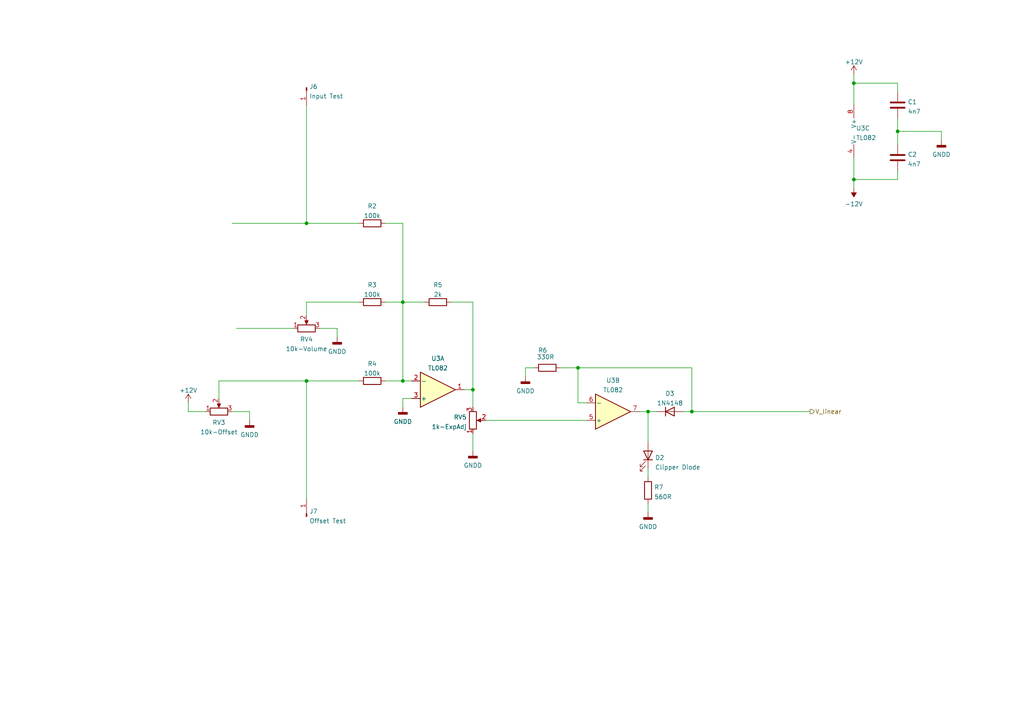
<source format=kicad_sch>
(kicad_sch (version 20211123) (generator eeschema)
  (paper "A4")
  (lib_symbols
    (symbol "Amplifier_Operational:TL082" (pin_names (offset 0.127))
      (property "Reference" "U" (at 0 5.08 0))
      (property "Value" "TL082" (at 0 -5.08 0))
      (symbol "TL082_1_1"
        (polyline (pts (xy -5.08 5.08) (xy 5.08 0) (xy -5.08 -5.08) (xy -5.08 5.08)) (stroke (width 0.254)) (fill (type background)))
        (pin output line (at 7.62 0 180) (length 2.54) (name "~") (number "1"))
        (pin input line (at -7.62 -2.54 0) (length 2.54) (name "-") (number "2"))
        (pin input line (at -7.62 2.54 0) (length 2.54) (name "+") (number "3"))
      )
      (symbol "TL082_2_1"
        (polyline (pts (xy -5.08 5.08) (xy 5.08 0) (xy -5.08 -5.08) (xy -5.08 5.08)) (stroke (width 0.254)) (fill (type background)))
        (pin input line (at -7.62 2.54 0) (length 2.54) (name "+") (number "5"))
        (pin input line (at -7.62 -2.54 0) (length 2.54) (name "-") (number "6"))
        (pin output line (at 7.62 0 180) (length 2.54) (name "~") (number "7"))
      )
      (symbol "TL082_3_1"
        (pin power_in line (at -2.54 -7.62 90) (length 3.81) (name "V-") (number "4"))
        (pin power_in line (at -2.54 7.62 270) (length 3.81) (name "V+") (number "8"))
      )
    )
    (symbol "Connector:Conn_01x01_Male" (pin_names (offset 1.016) hide)
      (property "Reference" "J" (at 0 2.54 0))
      (property "Value" "Conn_01x01_Male" (at 0 -2.54 0))
      (symbol "Conn_01x01_Male_1_1"
        (polyline (pts (xy 1.27 0) (xy 0.8636 0)) (stroke (width 0.1524)))
        (rectangle (start 0.8636 0.127) (end 0 -0.127) (stroke (width 0.1524)) (fill (type outline)))
        (pin passive line (at 5.08 0 180) (length 3.81) (name "Pin_1") (number "1"))
      )
    )
    (symbol "Device:C" (pin_numbers hide) (pin_names (offset 0.254))
      (property "Reference" "C" (at 0.635 2.54 0))
      (property "Value" "C" (at 0.635 -2.54 0))
      (symbol "C_0_1"
        (polyline (pts (xy -2.032 -0.762) (xy 2.032 -0.762)) (stroke (width 0.508)))
        (polyline (pts (xy -2.032 0.762) (xy 2.032 0.762)) (stroke (width 0.508)))
      )
      (symbol "C_1_1"
        (pin passive line (at 0 3.81 270) (length 2.794) (name "~") (number "1"))
        (pin passive line (at 0 -3.81 90) (length 2.794) (name "~") (number "2"))
      )
    )
    (symbol "Device:LED" (pin_numbers hide) (pin_names (offset 1.016) hide)
      (property "Reference" "D" (at 0 2.54 0))
      (property "Value" "LED" (at 0 -2.54 0))
      (symbol "LED_0_1"
        (polyline (pts (xy -1.27 -1.27) (xy -1.27 1.27)) (stroke (width 0.254)))
        (polyline (pts (xy -1.27 0) (xy 1.27 0)))
        (polyline (pts (xy 1.27 -1.27) (xy 1.27 1.27) (xy -1.27 0) (xy 1.27 -1.27)) (stroke (width 0.254)))
        (polyline (pts (xy -3.048 -0.762) (xy -4.572 -2.286) (xy -3.81 -2.286) (xy -4.572 -2.286) (xy -4.572 -1.524)))
        (polyline (pts (xy -1.778 -0.762) (xy -3.302 -2.286) (xy -2.54 -2.286) (xy -3.302 -2.286) (xy -3.302 -1.524)))
      )
      (symbol "LED_1_1"
        (pin passive line (at -3.81 0 0) (length 2.54) (name "K") (number "1"))
        (pin passive line (at 3.81 0 180) (length 2.54) (name "A") (number "2"))
      )
    )
    (symbol "Device:R" (pin_numbers hide) (pin_names (offset 0))
      (property "Reference" "R" (at 2.032 0 90))
      (property "Value" "R" (at 0 0 90))
      (symbol "R_0_1"
        (rectangle (start -1.016 -2.54) (end 1.016 2.54) (stroke (width 0.254)))
      )
      (symbol "R_1_1"
        (pin passive line (at 0 3.81 270) (length 1.27) (name "~") (number "1"))
        (pin passive line (at 0 -3.81 90) (length 1.27) (name "~") (number "2"))
      )
    )
    (symbol "Device:R_Potentiometer" (pin_names (offset 1.016) hide)
      (property "Reference" "RV" (at -4.445 0 90))
      (property "Value" "R_Potentiometer" (at -2.54 0 90))
      (symbol "R_Potentiometer_0_1"
        (polyline (pts (xy 2.54 0) (xy 1.524 0)))
        (polyline (pts (xy 1.143 0) (xy 2.286 0.508) (xy 2.286 -0.508) (xy 1.143 0)) (fill (type outline)))
        (rectangle (start 1.016 2.54) (end -1.016 -2.54) (stroke (width 0.254)))
      )
      (symbol "R_Potentiometer_1_1"
        (pin passive line (at 0 3.81 270) (length 1.27) (name "1") (number "1"))
        (pin passive line (at 3.81 0 180) (length 1.27) (name "2") (number "2"))
        (pin passive line (at 0 -3.81 90) (length 1.27) (name "3") (number "3"))
      )
    )
    (symbol "Diode:1N4148" (pin_numbers hide) (pin_names (offset 1.016) hide)
      (property "Reference" "D" (at 0 2.54 0))
      (property "Value" "1N4148" (at 0 -2.54 0))
      (symbol "1N4148_0_1"
        (polyline (pts (xy -1.27 1.27) (xy -1.27 -1.27)) (stroke (width 0.254)))
        (polyline (pts (xy 1.27 0) (xy -1.27 0)))
        (polyline (pts (xy 1.27 1.27) (xy 1.27 -1.27) (xy -1.27 0) (xy 1.27 1.27)) (stroke (width 0.254)))
      )
      (symbol "1N4148_1_1"
        (pin passive line (at -3.81 0 0) (length 2.54) (name "K") (number "1"))
        (pin passive line (at 3.81 0 180) (length 2.54) (name "A") (number "2"))
      )
    )
    (symbol "power:+12V" (power) (pin_names (offset 0))
      (property "Value" "+12V" (at 0 3.556 0))
      (symbol "+12V_0_1"
        (polyline (pts (xy -0.762 1.27) (xy 0 2.54)))
        (polyline (pts (xy 0 0) (xy 0 2.54)))
        (polyline (pts (xy 0 2.54) (xy 0.762 1.27)))
      )
      (symbol "+12V_1_1"
        (pin power_in line (at 0 0 90) (length 0) hide (name "+12V") (number "1"))
      )
    )
    (symbol "power:-12V" (power) (pin_names (offset 0))
      (property "Value" "-12V" (at 0 3.81 0))
      (symbol "-12V_0_0"
        (pin power_in line (at 0 0 90) (length 0) hide (name "-12V") (number "1"))
      )
      (symbol "-12V_0_1"
        (polyline (pts (xy 0 0) (xy 0 1.27) (xy 0.762 1.27) (xy 0 2.54) (xy -0.762 1.27) (xy 0 1.27)) (fill (type outline)))
      )
    )
    (symbol "power:GNDD" (power) (pin_names (offset 0))
      (property "Value" "GNDD" (at 0 -3.175 0))
      (symbol "GNDD_0_1"
        (rectangle (start -1.27 -1.524) (end 1.27 -2.032) (stroke (width 0.254)) (fill (type outline)))
        (polyline (pts (xy 0 0) (xy 0 -1.524)))
      )
      (symbol "GNDD_1_1"
        (pin power_in line (at 0 0 270) (length 0) hide (name "GNDD") (number "1"))
      )
    )
  )
  (junction (at 260.35 38.1))
  (junction (at 137.16 113.03))
  (junction (at 167.64 106.68))
  (junction (at 187.96 119.38))
  (junction (at 247.65 24.13))
  (junction (at 88.9 64.77))
  (junction (at 116.84 110.49))
  (junction (at 116.84 87.63))
  (junction (at 200.66 119.38))
  (junction (at 88.9 110.49))
  (junction (at 247.65 52.07))
  (wire (pts (xy 72.39 119.38) (xy 72.39 121.92)))
  (wire (pts (xy 88.9 110.49) (xy 88.9 144.78)))
  (wire (pts (xy 111.76 64.77) (xy 116.84 64.77)))
  (wire (pts (xy 88.9 110.49) (xy 104.14 110.49)))
  (wire (pts (xy 260.35 24.13) (xy 260.35 26.67)))
  (wire (pts (xy 187.96 135.89) (xy 187.96 138.43)))
  (wire (pts (xy 92.71 95.25) (xy 97.79 95.25)))
  (wire (pts (xy 111.76 87.63) (xy 116.84 87.63)))
  (wire (pts (xy 119.38 115.57) (xy 116.84 115.57)))
  (wire (pts (xy 88.9 30.48) (xy 88.9 64.77)))
  (wire (pts (xy 123.19 87.63) (xy 116.84 87.63)))
  (wire (pts (xy 63.5 110.49) (xy 88.9 110.49)))
  (wire (pts (xy 260.35 52.07) (xy 260.35 49.53)))
  (wire (pts (xy 273.05 38.1) (xy 273.05 40.64)))
  (wire (pts (xy 67.31 64.77) (xy 88.9 64.77)))
  (wire (pts (xy 137.16 113.03) (xy 137.16 118.11)))
  (wire (pts (xy 140.97 121.92) (xy 170.18 121.92)))
  (wire (pts (xy 137.16 87.63) (xy 137.16 113.03)))
  (wire (pts (xy 200.66 119.38) (xy 234.95 119.38)))
  (wire (pts (xy 137.16 113.03) (xy 134.62 113.03)))
  (wire (pts (xy 154.94 106.68) (xy 152.4 106.68)))
  (wire (pts (xy 116.84 64.77) (xy 116.84 87.63)))
  (wire (pts (xy 68.58 95.25) (xy 85.09 95.25)))
  (wire (pts (xy 162.56 106.68) (xy 167.64 106.68)))
  (wire (pts (xy 260.35 38.1) (xy 273.05 38.1)))
  (wire (pts (xy 63.5 110.49) (xy 63.5 115.57)))
  (wire (pts (xy 187.96 146.05) (xy 187.96 148.59)))
  (wire (pts (xy 260.35 38.1) (xy 260.35 41.91)))
  (wire (pts (xy 116.84 115.57) (xy 116.84 118.11)))
  (wire (pts (xy 167.64 106.68) (xy 200.66 106.68)))
  (wire (pts (xy 54.61 119.38) (xy 59.69 119.38)))
  (wire (pts (xy 247.65 21.59) (xy 247.65 24.13)))
  (wire (pts (xy 88.9 87.63) (xy 88.9 91.44)))
  (wire (pts (xy 200.66 119.38) (xy 200.66 106.68)))
  (wire (pts (xy 187.96 119.38) (xy 187.96 128.27)))
  (wire (pts (xy 198.12 119.38) (xy 200.66 119.38)))
  (wire (pts (xy 152.4 106.68) (xy 152.4 109.22)))
  (wire (pts (xy 247.65 45.72) (xy 247.65 52.07)))
  (wire (pts (xy 97.79 95.25) (xy 97.79 97.79)))
  (wire (pts (xy 111.76 110.49) (xy 116.84 110.49)))
  (wire (pts (xy 88.9 64.77) (xy 104.14 64.77)))
  (wire (pts (xy 170.18 116.84) (xy 167.64 116.84)))
  (wire (pts (xy 130.81 87.63) (xy 137.16 87.63)))
  (wire (pts (xy 88.9 87.63) (xy 104.14 87.63)))
  (wire (pts (xy 167.64 116.84) (xy 167.64 106.68)))
  (wire (pts (xy 247.65 24.13) (xy 247.65 30.48)))
  (wire (pts (xy 185.42 119.38) (xy 187.96 119.38)))
  (wire (pts (xy 137.16 125.73) (xy 137.16 130.81)))
  (wire (pts (xy 247.65 52.07) (xy 247.65 54.61)))
  (wire (pts (xy 116.84 87.63) (xy 116.84 110.49)))
  (wire (pts (xy 260.35 34.29) (xy 260.35 38.1)))
  (wire (pts (xy 247.65 52.07) (xy 260.35 52.07)))
  (wire (pts (xy 54.61 116.84) (xy 54.61 119.38)))
  (wire (pts (xy 247.65 24.13) (xy 260.35 24.13)))
  (wire (pts (xy 116.84 110.49) (xy 119.38 110.49)))
  (wire (pts (xy 187.96 119.38) (xy 190.5 119.38)))
  (wire (pts (xy 67.31 119.38) (xy 72.39 119.38)))
  (hierarchical_label "V_linear" (shape output) (at 234.95 119.38 0))
  (symbol (lib_id "Device:R_Potentiometer") (at 63.5 119.38 90) (unit 1)
    (property "Reference" "RV3" (at 63.5 122.5455 90))
    (property "Value" "10k-Offset" (at 63.5 125.3206 90))
    (property "Footprint" "Potentiometer_THT:Potentiometer_Vishay_T7-YA_Single_Vertical" (effects hide))
  )
  (symbol (lib_id "power:GNDD") (at 273.05 40.64 0) (unit 1)
    (property "Reference" "#PWR018" (effects hide))
    (property "Value" "GNDD" (at 273.05 44.8215 0))
  )
  (symbol (lib_id "Amplifier_Operational:TL082") (at 127 113.03 0) (mirror x) (unit 1)
    (property "Reference" "U3" (at 127 103.9835 0))
    (property "Value" "TL082" (at 127 106.7586 0))
    (property "Footprint" "Custom Footprints:DIP-8_central_caps" (effects hide))
    (property "Datasheet" "http://www.ti.com/lit/ds/symlink/tl081.pdf" (effects hide))
  )
  (symbol (lib_id "Diode:1N4148") (at 194.31 119.38 0) (unit 1)
    (property "Reference" "D3" (at 194.31 114.1435 0))
    (property "Value" "1N4148" (at 194.31 116.9186 0))
    (property "Footprint" "Diode_THT:D_DO-35_SOD27_P7.62mm_Horizontal" (effects hide))
    (property "Datasheet" "https://assets.nexperia.com/documents/data-sheet/1N4148_1N4448.pdf" (effects hide))
  )
  (symbol (lib_id "power:GNDD") (at 72.39 121.92 0) (unit 1)
    (property "Reference" "#PWR010" (effects hide))
    (property "Value" "GNDD" (at 72.39 126.1015 0))
  )
  (symbol (lib_id "Device:R_Potentiometer") (at 88.9 95.25 90) (unit 1)
    (property "Reference" "RV4" (at 88.9 98.4155 90))
    (property "Value" "10k-Volume" (at 88.9 101.1906 90))
    (property "Footprint" "Custom Footprints:RV-90 Potentiometer" (effects hide))
  )
  (symbol (lib_id "Amplifier_Operational:TL082") (at 177.8 119.38 0) (mirror x) (unit 2)
    (property "Reference" "U3" (at 177.8 110.3335 0))
    (property "Value" "TL082" (at 177.8 113.1086 0))
    (property "Footprint" "Custom Footprints:DIP-8_central_caps" (effects hide))
    (property "Datasheet" "http://www.ti.com/lit/ds/symlink/tl081.pdf" (effects hide))
  )
  (symbol (lib_id "Device:R") (at 158.75 106.68 270) (unit 1)
    (property "Reference" "R6" (at 158.75 101.6 90) (effects (justify right)))
    (property "Value" "330R" (at 160.782 103.5434 90) (effects (justify right)))
    (property "Footprint" "Resistor_THT:R_Axial_DIN0207_L6.3mm_D2.5mm_P10.16mm_Horizontal" (effects hide))
  )
  (symbol (lib_id "Device:R") (at 107.95 64.77 90) (unit 1)
    (property "Reference" "R2" (at 107.95 59.7875 90))
    (property "Value" "100k" (at 107.95 62.5626 90))
    (property "Footprint" "Resistor_THT:R_Axial_DIN0207_L6.3mm_D2.5mm_P10.16mm_Horizontal" (effects hide))
  )
  (symbol (lib_id "power:+12V") (at 247.65 21.59 0) (unit 1)
    (property "Reference" "#PWR016" (effects hide))
    (property "Value" "+12V" (at 247.65 17.9855 0))
  )
  (symbol (lib_id "Device:R") (at 107.95 87.63 90) (unit 1)
    (property "Reference" "R3" (at 107.95 82.6475 90))
    (property "Value" "100k" (at 107.95 85.4226 90))
    (property "Footprint" "Resistor_THT:R_Axial_DIN0207_L6.3mm_D2.5mm_P10.16mm_Horizontal" (effects hide))
  )
  (symbol (lib_id "power:GNDD") (at 137.16 130.81 0) (unit 1)
    (property "Reference" "#PWR013" (effects hide))
    (property "Value" "GNDD" (at 137.16 134.9915 0))
  )
  (symbol (lib_id "Device:LED") (at 187.96 132.08 270) (mirror x) (unit 1)
    (property "Reference" "D2" (at 189.992 132.759 90) (effects (justify left)))
    (property "Value" "Clipper Diode" (at 189.992 135.5341 90) (effects (justify left)))
    (property "Footprint" "LED_THT:LED_D3.0mm_FlatTop" (effects hide))
  )
  (symbol (lib_id "Device:R") (at 187.96 142.24 180) (unit 1)
    (property "Reference" "R7" (at 189.738 141.3315 0) (effects (justify right)))
    (property "Value" "560R" (at 189.738 144.1066 0) (effects (justify right)))
    (property "Footprint" "Resistor_THT:R_Axial_DIN0207_L6.3mm_D2.5mm_P10.16mm_Horizontal" (effects hide))
  )
  (symbol (lib_id "Device:C") (at 260.35 30.48 0) (unit 1)
    (property "Reference" "C1" (at 263.271 29.5715 0) (effects (justify left)))
    (property "Value" "4n7" (at 263.271 32.3466 0) (effects (justify left)))
    (property "Footprint" "Custom Footprints:C_Disc_P2.54mm" (effects hide))
  )
  (symbol (lib_id "Amplifier_Operational:TL082") (at 250.19 38.1 0) (unit 3)
    (property "Reference" "U3" (at 248.285 37.1915 0) (effects (justify left)))
    (property "Value" "TL082" (at 248.285 39.9666 0) (effects (justify left)))
    (property "Footprint" "Custom Footprints:DIP-8_central_caps" (effects hide))
    (property "Datasheet" "http://www.ti.com/lit/ds/symlink/tl081.pdf" (effects hide))
  )
  (symbol (lib_id "power:+12V") (at 54.61 116.84 0) (unit 1)
    (property "Reference" "#PWR06" (effects hide))
    (property "Value" "+12V" (at 54.61 113.2355 0))
  )
  (symbol (lib_id "Connector:Conn_01x01_Male") (at 88.9 25.4 270) (unit 1)
    (property "Reference" "J6" (at 89.7382 25.1265 90) (effects (justify left)))
    (property "Value" "Input Test" (at 89.7382 27.9016 90) (effects (justify left)))
    (property "Footprint" "Connector_PinHeader_2.54mm:PinHeader_1x01_P2.54mm_Vertical" (effects hide))
  )
  (symbol (lib_id "Device:R_Potentiometer") (at 137.16 121.92 0) (mirror x) (unit 1)
    (property "Reference" "RV5" (at 135.382 121.0115 0) (effects (justify right)))
    (property "Value" "1k-ExpAdj" (at 135.382 123.7866 0) (effects (justify right)))
    (property "Footprint" "Custom Footprints:Trimmer_multiturn_horiz" (effects hide))
  )
  (symbol (lib_id "power:GNDD") (at 152.4 109.22 0) (unit 1)
    (property "Reference" "#PWR014" (effects hide))
    (property "Value" "GNDD" (at 152.4 113.4015 0))
  )
  (symbol (lib_id "Device:R") (at 107.95 110.49 90) (unit 1)
    (property "Reference" "R4" (at 107.95 105.5075 90))
    (property "Value" "100k" (at 107.95 108.2826 90))
    (property "Footprint" "Resistor_THT:R_Axial_DIN0207_L6.3mm_D2.5mm_P10.16mm_Horizontal" (effects hide))
  )
  (symbol (lib_id "power:GNDD") (at 97.79 97.79 0) (unit 1)
    (property "Reference" "#PWR011" (effects hide))
    (property "Value" "GNDD" (at 97.79 101.9715 0))
  )
  (symbol (lib_id "Connector:Conn_01x01_Male") (at 88.9 149.86 90) (unit 1)
    (property "Reference" "J7" (at 89.7382 148.3165 90) (effects (justify right)))
    (property "Value" "Offset Test" (at 89.7382 151.0916 90) (effects (justify right)))
    (property "Footprint" "Connector_PinHeader_2.54mm:PinHeader_1x01_P2.54mm_Vertical" (effects hide))
  )
  (symbol (lib_id "power:GNDD") (at 116.84 118.11 0) (unit 1)
    (property "Reference" "#PWR012" (effects hide))
    (property "Value" "GNDD" (at 116.84 122.2915 0))
  )
  (symbol (lib_id "Device:R") (at 127 87.63 90) (unit 1)
    (property "Reference" "R5" (at 127 82.6475 90))
    (property "Value" "2k" (at 127 85.4226 90))
    (property "Footprint" "Resistor_THT:R_Axial_DIN0207_L6.3mm_D2.5mm_P10.16mm_Horizontal" (effects hide))
  )
  (symbol (lib_id "Device:C") (at 260.35 45.72 0) (unit 1)
    (property "Reference" "C2" (at 263.271 44.8115 0) (effects (justify left)))
    (property "Value" "4n7" (at 263.271 47.5866 0) (effects (justify left)))
    (property "Footprint" "Custom Footprints:C_Disc_P2.54mm" (effects hide))
  )
  (symbol (lib_id "power:-12V") (at 247.65 54.61 180) (unit 1)
    (property "Reference" "#PWR017" (effects hide))
    (property "Value" "-12V" (at 247.65 59.1725 0))
  )
  (symbol (lib_id "power:GNDD") (at 187.96 148.59 0) (unit 1)
    (property "Reference" "#PWR015" (effects hide))
    (property "Value" "GNDD" (at 187.96 152.7715 0))
  )
)
</source>
